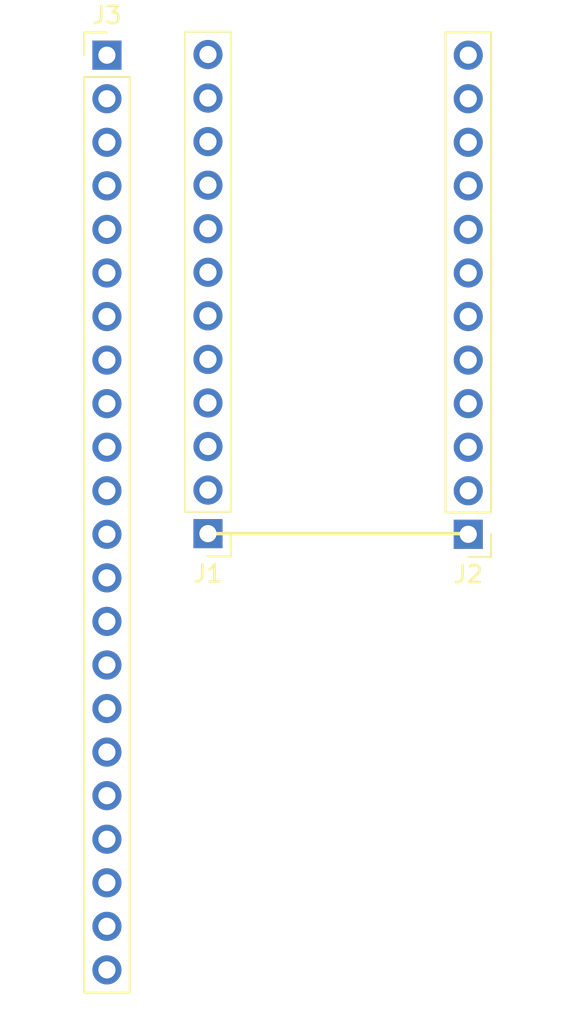
<source format=kicad_pcb>
(kicad_pcb (version 20240108) (generator "pcbnew") (generator_version "8.0")
  (layers (0 "F.Cu" signal) (31 "B.Cu" signal) (34 "B.Paste" user) (35 "F.Paste" user) (36 "B.SilkS" user "B.Silkscreen") (37 "F.SilkS" user "F.Silkscreen") (38 "B.Mask" user) (39 "F.Mask" user) (44 "Edge.Cuts" user))
  (net 0 "")
  (net 1 "D6-A7")
  (net 2 "D9-A8")
  (net 3 "D1-TX0")
  (net 4 "D4-A6")
  (net 5 "D2")
  (net 6 "D0-RX1")
  (net 7 "GND")
  (net 8 "D8")
  (net 9 "D5")
  (net 10 "D3")
  (net 11 "D7")
  (net 12 "A3")
  (net 13 "D15-SCK")
  (net 14 "VIN")
  (net 15 "D16-MOSI")
  (net 16 "A0")
  (net 17 "A1")
  (net 18 "A2")
  (net 19 "5V")
  (net 20 "RESET")
  (net 21 "D14-MISO")
  (net 22 "D10")
  (footprint "Connector_PinHeader_2.54mm:PinHeader_1x22_P2.54mm_Vertical" (layer "F.Cu") (at 49.9 34.26)
    (property "Reference" "J3" (at 0 -2.33 0) (layer "F.SilkS"))
    (property "Value" "Conn_01x22_Pin")
    (fp_line (start -1.33 -1.33) (end 0 -1.33) (stroke (width 0.12)) (layer "F.SilkS"))
    (fp_line (start -1.33 0) (end -1.33 -1.33) (stroke (width 0.12)) (layer "F.SilkS"))
    (fp_line (start -1.33 1.27) (end -1.33 54.67) (stroke (width 0.12)) (layer "F.SilkS"))
    (fp_line (start -1.33 1.27) (end 1.33 1.27) (stroke (width 0.12)) (layer "F.SilkS"))
    (fp_line (start -1.33 54.67) (end 1.33 54.67) (stroke (width 0.12)) (layer "F.SilkS"))
    (fp_line (start 1.33 1.27) (end 1.33 54.67) (stroke (width 0.12)) (layer "F.SilkS"))
    (pad "1" thru_hole rect (at 0 0) (size 1.7 1.7) (drill 1) (layers "*.Cu" "*.Mask") (net 3 "D1-TX0"))
    (pad "2" thru_hole oval (at 0 2.54) (size 1.7 1.7) (drill 1) (layers "*.Cu" "*.Mask") (net 6 "D0-RX1"))
    (pad "3" thru_hole oval (at 0 5.08) (size 1.7 1.7) (drill 1) (layers "*.Cu" "*.Mask") (net 7 "GND"))
    (pad "4" thru_hole oval (at 0 7.62) (size 1.7 1.7) (drill 1) (layers "*.Cu" "*.Mask") (net 5 "D2"))
    (pad "5" thru_hole oval (at 0 10.16) (size 1.7 1.7) (drill 1) (layers "*.Cu" "*.Mask") (net 10 "D3"))
    (pad "6" thru_hole oval (at 0 12.7) (size 1.7 1.7) (drill 1) (layers "*.Cu" "*.Mask") (net 4 "D4-A6"))
    (pad "7" thru_hole oval (at 0 15.24) (size 1.7 1.7) (drill 1) (layers "*.Cu" "*.Mask") (net 9 "D5"))
    (pad "8" thru_hole oval (at 0 17.78) (size 1.7 1.7) (drill 1) (layers "*.Cu" "*.Mask") (net 1 "D6-A7"))
    (pad "9" thru_hole oval (at 0 20.32) (size 1.7 1.7) (drill 1) (layers "*.Cu" "*.Mask") (net 11 "D7"))
    (pad "10" thru_hole oval (at 0 22.86) (size 1.7 1.7) (drill 1) (layers "*.Cu" "*.Mask") (net 8 "D8"))
    (pad "11" thru_hole oval (at 0 25.4) (size 1.7 1.7) (drill 1) (layers "*.Cu" "*.Mask") (net 2 "D9-A8"))
    (pad "12" thru_hole oval (at 0 27.94) (size 1.7 1.7) (drill 1) (layers "*.Cu" "*.Mask") (net 14 "VIN"))
    (pad "13" thru_hole oval (at 0 30.48) (size 1.7 1.7) (drill 1) (layers "*.Cu" "*.Mask") (net 20 "RESET"))
    (pad "14" thru_hole oval (at 0 33.02) (size 1.7 1.7) (drill 1) (layers "*.Cu" "*.Mask") (net 19 "5V"))
    (pad "15" thru_hole oval (at 0 35.56) (size 1.7 1.7) (drill 1) (layers "*.Cu" "*.Mask") (net 12 "A3"))
    (pad "16" thru_hole oval (at 0 38.1) (size 1.7 1.7) (drill 1) (layers "*.Cu" "*.Mask") (net 18 "A2"))
    (pad "17" thru_hole oval (at 0 40.64) (size 1.7 1.7) (drill 1) (layers "*.Cu" "*.Mask") (net 17 "A1"))
    (pad "18" thru_hole oval (at 0 43.18) (size 1.7 1.7) (drill 1) (layers "*.Cu" "*.Mask") (net 16 "A0"))
    (pad "19" thru_hole oval (at 0 45.72) (size 1.7 1.7) (drill 1) (layers "*.Cu" "*.Mask") (net 13 "D15-SCK"))
    (pad "20" thru_hole oval (at 0 48.26) (size 1.7 1.7) (drill 1) (layers "*.Cu" "*.Mask") (net 21 "D14-MISO"))
    (pad "21" thru_hole oval (at 0 50.8) (size 1.7 1.7) (drill 1) (layers "*.Cu" "*.Mask") (net 15 "D16-MOSI"))
    (pad "22" thru_hole oval (at 0 53.34) (size 1.7 1.7) (drill 1) (layers "*.Cu" "*.Mask") (net 22 "D10"))
  )
  (footprint "Connector_PinHeader_2.54mm:PinHeader_1x12_P2.54mm_Vertical" (layer "F.Cu") (at 55.8 62.16 180)
    (property "Reference" "J1" (at 0 -2.33 360) (layer "F.SilkS"))
    (property "Value" "Conn_01x12_Pin")
    (fp_line (start 1.33 1.27) (end 1.33 29.27) (stroke (width 0.12)) (layer "F.SilkS"))
    (fp_line (start -1.33 29.27) (end 1.33 29.27) (stroke (width 0.12)) (layer "F.SilkS"))
    (fp_line (start -1.33 1.27) (end 1.33 1.27) (stroke (width 0.12)) (layer "F.SilkS"))
    (fp_line (start -1.33 1.27) (end -1.33 29.27) (stroke (width 0.12)) (layer "F.SilkS"))
    (fp_line (start -1.33 0) (end -1.33 -1.33) (stroke (width 0.12)) (layer "F.SilkS"))
    (fp_line (start -1.33 -1.33) (end 0 -1.33) (stroke (width 0.12)) (layer "F.SilkS"))
    (pad "1" thru_hole rect (at 0 0 180) (size 1.7 1.7) (drill 1) (layers "*.Cu" "*.Mask") (net 2 "D9-A8"))
    (pad "2" thru_hole oval (at 0 2.54 180) (size 1.7 1.7) (drill 1) (layers "*.Cu" "*.Mask") (net 8 "D8"))
    (pad "3" thru_hole oval (at 0 5.08 180) (size 1.7 1.7) (drill 1) (layers "*.Cu" "*.Mask") (net 11 "D7"))
    (pad "4" thru_hole oval (at 0 7.62 180) (size 1.7 1.7) (drill 1) (layers "*.Cu" "*.Mask") (net 1 "D6-A7"))
    (pad "5" thru_hole oval (at 0 10.16 180) (size 1.7 1.7) (drill 1) (layers "*.Cu" "*.Mask") (net 9 "D5"))
    (pad "6" thru_hole oval (at 0 12.7 180) (size 1.7 1.7) (drill 1) (layers "*.Cu" "*.Mask") (net 4 "D4-A6"))
    (pad "7" thru_hole oval (at 0 15.24 180) (size 1.7 1.7) (drill 1) (layers "*.Cu" "*.Mask") (net 10 "D3"))
    (pad "8" thru_hole oval (at 0 17.78 180) (size 1.7 1.7) (drill 1) (layers "*.Cu" "*.Mask") (net 5 "D2"))
    (pad "9" thru_hole oval (at 0 20.32 180) (size 1.7 1.7) (drill 1) (layers "*.Cu" "*.Mask") (net 7 "GND"))
    (pad "10" thru_hole oval (at 0 22.86 180) (size 1.7 1.7) (drill 1) (layers "*.Cu" "*.Mask") (net 7 "GND"))
    (pad "11" thru_hole oval (at 0 25.4 180) (size 1.7 1.7) (drill 1) (layers "*.Cu" "*.Mask") (net 6 "D0-RX1"))
    (pad "12" thru_hole oval (at 0 27.94 180) (size 1.7 1.7) (drill 1) (layers "*.Cu" "*.Mask") (net 3 "D1-TX0"))
  )
  (footprint "Connector_PinHeader_2.54mm:PinHeader_1x12_P2.54mm_Vertical" (layer "F.Cu") (at 71 62.2 180)
    (property "Reference" "J2" (at 0 -2.33 360) (layer "F.SilkS"))
    (property "Value" "Conn_01x12_Pin")
    (fp_line (start 1.33 1.27) (end 1.33 29.27) (stroke (width 0.12)) (layer "F.SilkS"))
    (fp_line (start -1.33 29.27) (end 1.33 29.27) (stroke (width 0.12)) (layer "F.SilkS"))
    (fp_line (start -1.33 1.27) (end 1.33 1.27) (stroke (width 0.12)) (layer "F.SilkS"))
    (fp_line (start -1.33 1.27) (end -1.33 29.27) (stroke (width 0.12)) (layer "F.SilkS"))
    (fp_line (start -1.33 0) (end -1.33 -1.33) (stroke (width 0.12)) (layer "F.SilkS"))
    (fp_line (start -1.33 -1.33) (end 0 -1.33) (stroke (width 0.12)) (layer "F.SilkS"))
    (pad "1" thru_hole rect (at 0 0 180) (size 1.7 1.7) (drill 1) (layers "*.Cu" "*.Mask") (net 22 "D10"))
    (pad "2" thru_hole oval (at 0 2.54 180) (size 1.7 1.7) (drill 1) (layers "*.Cu" "*.Mask") (net 15 "D16-MOSI"))
    (pad "3" thru_hole oval (at 0 5.08 180) (size 1.7 1.7) (drill 1) (layers "*.Cu" "*.Mask") (net 21 "D14-MISO"))
    (pad "4" thru_hole oval (at 0 7.62 180) (size 1.7 1.7) (drill 1) (layers "*.Cu" "*.Mask") (net 13 "D15-SCK"))
    (pad "5" thru_hole oval (at 0 10.16 180) (size 1.7 1.7) (drill 1) (layers "*.Cu" "*.Mask") (net 16 "A0"))
    (pad "6" thru_hole oval (at 0 12.7 180) (size 1.7 1.7) (drill 1) (layers "*.Cu" "*.Mask") (net 17 "A1"))
    (pad "7" thru_hole oval (at 0 15.24 180) (size 1.7 1.7) (drill 1) (layers "*.Cu" "*.Mask") (net 18 "A2"))
    (pad "8" thru_hole oval (at 0 17.78 180) (size 1.7 1.7) (drill 1) (layers "*.Cu" "*.Mask") (net 12 "A3"))
    (pad "9" thru_hole oval (at 0 20.32 180) (size 1.7 1.7) (drill 1) (layers "*.Cu" "*.Mask") (net 19 "5V"))
    (pad "10" thru_hole oval (at 0 22.86 180) (size 1.7 1.7) (drill 1) (layers "*.Cu" "*.Mask") (net 20 "RESET"))
    (pad "11" thru_hole oval (at 0 25.4 180) (size 1.7 1.7) (drill 1) (layers "*.Cu" "*.Mask") (net 7 "GND"))
    (pad "12" thru_hole oval (at 0 27.94 180) (size 1.7 1.7) (drill 1) (layers "*.Cu" "*.Mask") (net 14 "VIN"))
  )
  (gr_line (start 55.8 62.16) (end 71.04 62.16) (stroke (width 0.2)) (layer "F.SilkS"))
)
</source>
